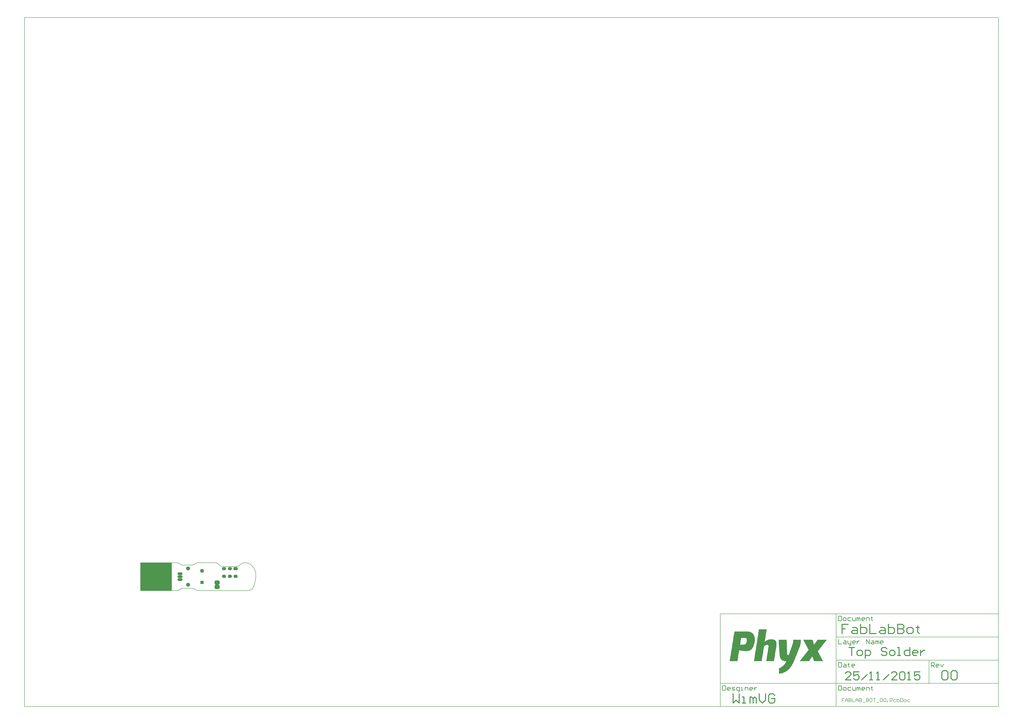
<source format=gts>
G04 Layer_Color=8388736*
%FSLAX25Y25*%
%MOIN*%
G70*
G01*
G75*
%ADD12C,0.01575*%
%ADD13C,0.00787*%
%ADD14C,0.00984*%
%ADD24R,0.53150X0.47244*%
%ADD25R,0.50800X0.05800*%
%ADD26C,0.06706*%
G04:AMPARAMS|DCode=27|XSize=57.21mil|YSize=57.21mil|CornerRadius=16.3mil|HoleSize=0mil|Usage=FLASHONLY|Rotation=90.000|XOffset=0mil|YOffset=0mil|HoleType=Round|Shape=RoundedRectangle|*
%AMROUNDEDRECTD27*
21,1,0.05721,0.02461,0,0,90.0*
21,1,0.02461,0.05721,0,0,90.0*
1,1,0.03261,0.01230,0.01230*
1,1,0.03261,0.01230,-0.01230*
1,1,0.03261,-0.01230,-0.01230*
1,1,0.03261,-0.01230,0.01230*
%
%ADD27ROUNDEDRECTD27*%
%ADD28R,0.05721X0.05721*%
%ADD29O,0.08674X0.04737*%
%ADD30O,0.08674X0.04737*%
G04:AMPARAMS|DCode=31|XSize=86.74mil|YSize=70.99mil|CornerRadius=19.75mil|HoleSize=0mil|Usage=FLASHONLY|Rotation=180.000|XOffset=0mil|YOffset=0mil|HoleType=Round|Shape=RoundedRectangle|*
%AMROUNDEDRECTD31*
21,1,0.08674,0.03150,0,0,180.0*
21,1,0.04724,0.07099,0,0,180.0*
1,1,0.03950,-0.02362,0.01575*
1,1,0.03950,0.02362,0.01575*
1,1,0.03950,0.02362,-0.01575*
1,1,0.03950,-0.02362,-0.01575*
%
%ADD31ROUNDEDRECTD31*%
%ADD32O,0.07099X0.05524*%
G04:AMPARAMS|DCode=33|XSize=70.99mil|YSize=55.24mil|CornerRadius=15.81mil|HoleSize=0mil|Usage=FLASHONLY|Rotation=180.000|XOffset=0mil|YOffset=0mil|HoleType=Round|Shape=RoundedRectangle|*
%AMROUNDEDRECTD33*
21,1,0.07099,0.02362,0,0,180.0*
21,1,0.03937,0.05524,0,0,180.0*
1,1,0.03162,-0.01969,0.01181*
1,1,0.03162,0.01969,0.01181*
1,1,0.03162,0.01969,-0.01181*
1,1,0.03162,-0.01969,-0.01181*
%
%ADD33ROUNDEDRECTD33*%
G36*
X1121080Y-83717D02*
Y-84003D01*
Y-84290D01*
Y-84576D01*
Y-84862D01*
Y-85149D01*
Y-85435D01*
Y-85721D01*
Y-86007D01*
Y-86294D01*
Y-86580D01*
Y-86866D01*
Y-87153D01*
Y-87439D01*
Y-87725D01*
Y-88012D01*
Y-88298D01*
Y-88584D01*
Y-88871D01*
Y-89157D01*
Y-89443D01*
X1120793D01*
Y-89730D01*
Y-90016D01*
Y-90302D01*
Y-90588D01*
Y-90875D01*
X1120507D01*
Y-91161D01*
Y-91448D01*
Y-91734D01*
Y-92020D01*
X1120221D01*
Y-92306D01*
Y-92593D01*
Y-92879D01*
Y-93165D01*
X1119934D01*
Y-93452D01*
Y-93738D01*
Y-94024D01*
X1119648D01*
Y-94311D01*
Y-94597D01*
Y-94883D01*
X1119362D01*
Y-95170D01*
Y-95456D01*
Y-95742D01*
X1119075D01*
Y-96029D01*
Y-96315D01*
Y-96601D01*
X1118789D01*
Y-96887D01*
Y-97174D01*
X1118503D01*
Y-97460D01*
Y-97746D01*
X1118217D01*
Y-98033D01*
Y-98319D01*
Y-98605D01*
X1117930D01*
Y-98892D01*
Y-99178D01*
X1117644D01*
Y-99464D01*
Y-99751D01*
Y-100037D01*
X1117358D01*
Y-100323D01*
Y-100610D01*
X1117071D01*
Y-100896D01*
Y-101182D01*
Y-101468D01*
X1116785D01*
Y-101755D01*
Y-102041D01*
X1116499D01*
Y-102327D01*
Y-102614D01*
Y-102900D01*
X1116212D01*
Y-103186D01*
Y-103473D01*
X1115926D01*
Y-103759D01*
Y-104045D01*
Y-104332D01*
X1115640D01*
Y-104618D01*
Y-104904D01*
X1115353D01*
Y-105191D01*
Y-105477D01*
Y-105763D01*
X1115067D01*
Y-106049D01*
Y-106336D01*
X1114781D01*
Y-106622D01*
Y-106908D01*
Y-107195D01*
X1114494D01*
Y-107481D01*
Y-107767D01*
X1114208D01*
Y-108054D01*
Y-108340D01*
Y-108626D01*
X1113922D01*
Y-108913D01*
Y-109199D01*
X1113636D01*
Y-109485D01*
Y-109772D01*
Y-110058D01*
X1113349D01*
Y-110344D01*
Y-110630D01*
X1113063D01*
Y-110917D01*
Y-111203D01*
Y-111489D01*
X1112776D01*
Y-111776D01*
Y-112062D01*
X1112490D01*
Y-112348D01*
Y-112635D01*
Y-112921D01*
X1112204D01*
Y-113207D01*
Y-113494D01*
X1111918D01*
Y-113780D01*
Y-114066D01*
Y-114353D01*
X1111631D01*
Y-114639D01*
Y-114925D01*
X1111345D01*
Y-115211D01*
Y-115498D01*
Y-115784D01*
X1111059D01*
Y-116070D01*
Y-116357D01*
X1110772D01*
Y-116643D01*
Y-116929D01*
Y-117216D01*
X1110486D01*
Y-117502D01*
Y-117788D01*
X1110200D01*
Y-118075D01*
Y-118361D01*
Y-118647D01*
X1109913D01*
Y-118933D01*
Y-119220D01*
X1109627D01*
Y-119506D01*
Y-119792D01*
Y-120079D01*
X1109341D01*
Y-120365D01*
Y-120651D01*
X1109054D01*
Y-120938D01*
Y-121224D01*
X1108768D01*
Y-121510D01*
Y-121797D01*
X1108482D01*
Y-122083D01*
Y-122369D01*
Y-122656D01*
X1108195D01*
Y-122942D01*
X1107909D01*
Y-123228D01*
Y-123514D01*
Y-123801D01*
X1107623D01*
Y-124087D01*
X1107337D01*
Y-124373D01*
Y-124660D01*
X1107050D01*
Y-124946D01*
Y-125232D01*
X1106764D01*
Y-125519D01*
Y-125805D01*
X1106478D01*
Y-126091D01*
Y-126378D01*
X1106191D01*
Y-126664D01*
X1105905D01*
Y-126950D01*
Y-127237D01*
X1105619D01*
Y-127523D01*
Y-127809D01*
X1105332D01*
Y-128095D01*
X1105046D01*
Y-128382D01*
X1104760D01*
Y-128668D01*
Y-128954D01*
X1104473D01*
Y-129241D01*
X1104187D01*
Y-129527D01*
Y-129813D01*
X1103901D01*
Y-130100D01*
X1103615D01*
Y-130386D01*
X1103328D01*
Y-130672D01*
Y-130959D01*
X1103042D01*
Y-131245D01*
X1102756D01*
Y-131531D01*
X1102469D01*
Y-131818D01*
X1102183D01*
Y-132104D01*
X1101897D01*
Y-132390D01*
Y-132676D01*
X1101610D01*
Y-132963D01*
X1101324D01*
Y-133249D01*
X1101038D01*
Y-133535D01*
X1100751D01*
Y-133822D01*
X1100465D01*
Y-134108D01*
X1100179D01*
Y-134394D01*
X1099892D01*
Y-134681D01*
X1099320D01*
Y-134967D01*
X1099034D01*
Y-135253D01*
X1098747D01*
Y-135540D01*
X1098461D01*
Y-135826D01*
X1098175D01*
Y-136112D01*
X1097602D01*
Y-136399D01*
X1097316D01*
Y-136685D01*
X1096743D01*
Y-136971D01*
X1096457D01*
Y-137258D01*
X1095884D01*
Y-137544D01*
X1095598D01*
Y-137830D01*
X1095025D01*
Y-138117D01*
X1094452D01*
Y-138403D01*
X1093880D01*
Y-138689D01*
X1093307D01*
Y-138975D01*
X1092735D01*
Y-139262D01*
X1091876D01*
Y-139548D01*
X1091303D01*
Y-139834D01*
X1090444D01*
Y-140121D01*
X1089299D01*
Y-140407D01*
X1088154D01*
Y-140693D01*
X1086436D01*
Y-140980D01*
X1084432D01*
Y-141266D01*
X1084145D01*
Y-140980D01*
Y-140693D01*
Y-140407D01*
Y-140121D01*
Y-139834D01*
Y-139548D01*
Y-139262D01*
Y-138975D01*
Y-138689D01*
Y-138403D01*
Y-138117D01*
Y-137830D01*
Y-137544D01*
Y-137258D01*
Y-136971D01*
Y-136685D01*
Y-136399D01*
Y-136112D01*
Y-135826D01*
Y-135540D01*
Y-135253D01*
Y-134967D01*
Y-134681D01*
Y-134394D01*
Y-134108D01*
Y-133822D01*
Y-133535D01*
Y-133249D01*
Y-132963D01*
Y-132676D01*
Y-132390D01*
Y-132104D01*
Y-131818D01*
X1084718D01*
Y-131531D01*
X1085291D01*
Y-131245D01*
X1085863D01*
Y-130959D01*
X1086436D01*
Y-130672D01*
X1087008D01*
Y-130386D01*
X1087581D01*
Y-130100D01*
X1087867D01*
Y-129813D01*
X1088440D01*
Y-129527D01*
X1088726D01*
Y-129241D01*
X1089299D01*
Y-128954D01*
X1089585D01*
Y-128668D01*
X1089872D01*
Y-128382D01*
X1090444D01*
Y-128095D01*
X1090730D01*
Y-127809D01*
X1091017D01*
Y-127523D01*
X1091303D01*
Y-127237D01*
X1091589D01*
Y-126950D01*
X1091876D01*
Y-126664D01*
X1092162D01*
Y-126378D01*
X1092448D01*
Y-126091D01*
X1092735D01*
Y-125805D01*
X1093021D01*
Y-125519D01*
X1093307D01*
Y-125232D01*
X1093594D01*
Y-124946D01*
Y-124660D01*
X1093880D01*
Y-124373D01*
X1094166D01*
Y-124087D01*
X1094452D01*
Y-123801D01*
Y-123514D01*
X1094739D01*
Y-123228D01*
X1095025D01*
Y-122942D01*
Y-122656D01*
X1095311D01*
Y-122369D01*
Y-122083D01*
X1095598D01*
Y-121797D01*
X1095884D01*
Y-121510D01*
Y-121224D01*
X1096170D01*
Y-120938D01*
Y-120651D01*
X1096457D01*
Y-120365D01*
Y-120079D01*
X1094739D01*
Y-119792D01*
X1092735D01*
Y-119506D01*
X1091589D01*
Y-119220D01*
X1091017D01*
Y-118933D01*
X1090158D01*
Y-118647D01*
X1089585D01*
Y-118361D01*
X1089299D01*
Y-118075D01*
X1088726D01*
Y-117788D01*
X1088440D01*
Y-117502D01*
X1088154D01*
Y-117216D01*
X1087867D01*
Y-116929D01*
X1087581D01*
Y-116643D01*
X1087295D01*
Y-116357D01*
Y-116070D01*
X1087008D01*
Y-115784D01*
X1086722D01*
Y-115498D01*
Y-115211D01*
X1086436D01*
Y-114925D01*
Y-114639D01*
X1086149D01*
Y-114353D01*
Y-114066D01*
X1085863D01*
Y-113780D01*
Y-113494D01*
Y-113207D01*
X1085577D01*
Y-112921D01*
Y-112635D01*
Y-112348D01*
Y-112062D01*
X1085291D01*
Y-111776D01*
Y-111489D01*
Y-111203D01*
Y-110917D01*
Y-110630D01*
Y-110344D01*
Y-110058D01*
X1085004D01*
Y-109772D01*
Y-109485D01*
Y-109199D01*
Y-108913D01*
Y-108626D01*
Y-108340D01*
Y-108054D01*
Y-107767D01*
Y-107481D01*
Y-107195D01*
Y-106908D01*
Y-106622D01*
Y-106336D01*
Y-106049D01*
Y-105763D01*
X1084718D01*
Y-105477D01*
Y-105191D01*
Y-104904D01*
Y-104618D01*
Y-104332D01*
Y-104045D01*
Y-103759D01*
Y-103473D01*
Y-103186D01*
Y-102900D01*
Y-102614D01*
Y-102327D01*
Y-102041D01*
Y-101755D01*
Y-101468D01*
X1084432D01*
Y-101182D01*
Y-100896D01*
Y-100610D01*
Y-100323D01*
Y-100037D01*
Y-99751D01*
Y-99464D01*
Y-99178D01*
Y-98892D01*
Y-98605D01*
Y-98319D01*
Y-98033D01*
Y-97746D01*
Y-97460D01*
Y-97174D01*
Y-96887D01*
X1084145D01*
Y-96601D01*
Y-96315D01*
Y-96029D01*
Y-95742D01*
Y-95456D01*
Y-95170D01*
Y-94883D01*
Y-94597D01*
Y-94311D01*
Y-94024D01*
Y-93738D01*
Y-93452D01*
Y-93165D01*
Y-92879D01*
Y-92593D01*
Y-92306D01*
X1083859D01*
Y-92020D01*
Y-91734D01*
Y-91448D01*
Y-91161D01*
Y-90875D01*
Y-90588D01*
Y-90302D01*
Y-90016D01*
Y-89730D01*
Y-89443D01*
Y-89157D01*
Y-88871D01*
Y-88584D01*
Y-88298D01*
X1083573D01*
Y-88012D01*
Y-87725D01*
Y-87439D01*
Y-87153D01*
Y-86866D01*
Y-86580D01*
Y-86294D01*
Y-86007D01*
Y-85721D01*
Y-85435D01*
Y-85149D01*
Y-84862D01*
Y-84576D01*
Y-84290D01*
Y-84003D01*
Y-83717D01*
X1083286D01*
Y-83431D01*
X1097029D01*
Y-83717D01*
Y-84003D01*
Y-84290D01*
Y-84576D01*
Y-84862D01*
Y-85149D01*
Y-85435D01*
Y-85721D01*
Y-86007D01*
Y-86294D01*
Y-86580D01*
Y-86866D01*
Y-87153D01*
Y-87439D01*
X1097316D01*
Y-87725D01*
Y-88012D01*
Y-88298D01*
Y-88584D01*
Y-88871D01*
Y-89157D01*
Y-89443D01*
Y-89730D01*
Y-90016D01*
Y-90302D01*
Y-90588D01*
Y-90875D01*
Y-91161D01*
Y-91448D01*
Y-91734D01*
Y-92020D01*
Y-92306D01*
Y-92593D01*
Y-92879D01*
Y-93165D01*
Y-93452D01*
Y-93738D01*
Y-94024D01*
Y-94311D01*
Y-94597D01*
Y-94883D01*
Y-95170D01*
Y-95456D01*
Y-95742D01*
Y-96029D01*
Y-96315D01*
Y-96601D01*
Y-96887D01*
Y-97174D01*
Y-97460D01*
Y-97746D01*
Y-98033D01*
Y-98319D01*
Y-98605D01*
Y-98892D01*
Y-99178D01*
X1097602D01*
Y-99464D01*
X1097316D01*
Y-99751D01*
Y-100037D01*
X1097602D01*
Y-100323D01*
Y-100610D01*
Y-100896D01*
Y-101182D01*
Y-101468D01*
Y-101755D01*
Y-102041D01*
Y-102327D01*
Y-102614D01*
Y-102900D01*
Y-103186D01*
Y-103473D01*
Y-103759D01*
Y-104045D01*
Y-104332D01*
Y-104618D01*
Y-104904D01*
Y-105191D01*
Y-105477D01*
Y-105763D01*
Y-106049D01*
Y-106336D01*
Y-106622D01*
Y-106908D01*
Y-107195D01*
Y-107481D01*
X1097888D01*
Y-107767D01*
Y-108054D01*
Y-108340D01*
X1098175D01*
Y-108626D01*
X1098461D01*
Y-108913D01*
X1098747D01*
Y-109199D01*
X1099606D01*
Y-109485D01*
X1100465D01*
Y-109199D01*
X1100751D01*
Y-108913D01*
Y-108626D01*
Y-108340D01*
X1101038D01*
Y-108054D01*
Y-107767D01*
X1101324D01*
Y-107481D01*
Y-107195D01*
Y-106908D01*
X1101610D01*
Y-106622D01*
Y-106336D01*
Y-106049D01*
X1101897D01*
Y-105763D01*
Y-105477D01*
Y-105191D01*
X1102183D01*
Y-104904D01*
Y-104618D01*
Y-104332D01*
X1102469D01*
Y-104045D01*
Y-103759D01*
X1102756D01*
Y-103473D01*
Y-103186D01*
Y-102900D01*
X1103042D01*
Y-102614D01*
Y-102327D01*
Y-102041D01*
X1103328D01*
Y-101755D01*
Y-101468D01*
Y-101182D01*
X1103615D01*
Y-100896D01*
Y-100610D01*
X1103901D01*
Y-100323D01*
Y-100037D01*
Y-99751D01*
X1104187D01*
Y-99464D01*
Y-99178D01*
Y-98892D01*
X1104473D01*
Y-98605D01*
Y-98319D01*
Y-98033D01*
X1104760D01*
Y-97746D01*
Y-97460D01*
X1105046D01*
Y-97174D01*
Y-96887D01*
Y-96601D01*
X1105332D01*
Y-96315D01*
Y-96029D01*
Y-95742D01*
X1105619D01*
Y-95456D01*
Y-95170D01*
Y-94883D01*
X1105905D01*
Y-94597D01*
Y-94311D01*
X1106191D01*
Y-94024D01*
Y-93738D01*
Y-93452D01*
X1106478D01*
Y-93165D01*
Y-92879D01*
Y-92593D01*
X1106764D01*
Y-92306D01*
Y-92020D01*
Y-91734D01*
X1107050D01*
Y-91448D01*
Y-91161D01*
Y-90875D01*
Y-90588D01*
X1107337D01*
Y-90302D01*
Y-90016D01*
Y-89730D01*
Y-89443D01*
X1107623D01*
Y-89157D01*
Y-88871D01*
Y-88584D01*
Y-88298D01*
Y-88012D01*
X1107909D01*
Y-87725D01*
Y-87439D01*
Y-87153D01*
Y-86866D01*
Y-86580D01*
Y-86294D01*
X1108195D01*
Y-86007D01*
Y-85721D01*
Y-85435D01*
Y-85149D01*
Y-84862D01*
Y-84576D01*
Y-84290D01*
Y-84003D01*
Y-83717D01*
Y-83431D01*
X1121080D01*
Y-83717D01*
D02*
G37*
G36*
X1063244Y-66252D02*
Y-66538D01*
X1062958D01*
Y-66825D01*
Y-67111D01*
Y-67397D01*
Y-67684D01*
Y-67970D01*
Y-68256D01*
X1062672D01*
Y-68542D01*
Y-68829D01*
Y-69115D01*
Y-69401D01*
Y-69688D01*
Y-69974D01*
X1062385D01*
Y-70260D01*
Y-70547D01*
Y-70833D01*
Y-71119D01*
Y-71406D01*
Y-71692D01*
Y-71978D01*
X1062099D01*
Y-72264D01*
Y-72551D01*
Y-72837D01*
Y-73123D01*
Y-73410D01*
Y-73696D01*
X1061813D01*
Y-73982D01*
Y-74269D01*
Y-74555D01*
Y-74841D01*
Y-75128D01*
Y-75414D01*
X1061526D01*
Y-75700D01*
Y-75987D01*
Y-76273D01*
Y-76559D01*
Y-76846D01*
Y-77132D01*
Y-77418D01*
X1061240D01*
Y-77704D01*
Y-77991D01*
Y-78277D01*
Y-78563D01*
Y-78850D01*
Y-79136D01*
X1060954D01*
Y-79422D01*
Y-79709D01*
Y-79995D01*
Y-80281D01*
Y-80568D01*
Y-80854D01*
X1060668D01*
Y-81140D01*
Y-81427D01*
Y-81713D01*
Y-81999D01*
Y-82285D01*
Y-82572D01*
X1060381D01*
Y-82858D01*
Y-83144D01*
Y-83431D01*
Y-83717D01*
Y-84003D01*
Y-84290D01*
Y-84576D01*
X1060095D01*
Y-84862D01*
Y-85149D01*
Y-85435D01*
Y-85721D01*
Y-86007D01*
Y-86294D01*
X1059809D01*
Y-86580D01*
Y-86866D01*
X1060381D01*
Y-86580D01*
X1060668D01*
Y-86294D01*
X1060954D01*
Y-86007D01*
X1061526D01*
Y-85721D01*
X1061813D01*
Y-85435D01*
X1062099D01*
Y-85149D01*
X1062672D01*
Y-84862D01*
X1063244D01*
Y-84576D01*
X1063531D01*
Y-84290D01*
X1064103D01*
Y-84003D01*
X1064962D01*
Y-83717D01*
X1065535D01*
Y-83431D01*
X1066394D01*
Y-83144D01*
X1067825D01*
Y-82858D01*
X1074124D01*
Y-83144D01*
X1075270D01*
Y-83431D01*
X1076128D01*
Y-83717D01*
X1076701D01*
Y-84003D01*
X1076987D01*
Y-84290D01*
X1077560D01*
Y-84576D01*
X1077846D01*
Y-84862D01*
X1078133D01*
Y-85149D01*
X1078419D01*
Y-85435D01*
X1078705D01*
Y-85721D01*
Y-86007D01*
X1078992D01*
Y-86294D01*
Y-86580D01*
X1079278D01*
Y-86866D01*
Y-87153D01*
Y-87439D01*
X1079564D01*
Y-87725D01*
Y-88012D01*
Y-88298D01*
Y-88584D01*
X1079850D01*
Y-88871D01*
Y-89157D01*
Y-89443D01*
Y-89730D01*
Y-90016D01*
Y-90302D01*
Y-90588D01*
Y-90875D01*
Y-91161D01*
Y-91448D01*
Y-91734D01*
Y-92020D01*
Y-92306D01*
Y-92593D01*
Y-92879D01*
Y-93165D01*
Y-93452D01*
Y-93738D01*
X1079564D01*
Y-94024D01*
Y-94311D01*
Y-94597D01*
Y-94883D01*
Y-95170D01*
Y-95456D01*
Y-95742D01*
X1079278D01*
Y-96029D01*
Y-96315D01*
Y-96601D01*
Y-96887D01*
Y-97174D01*
Y-97460D01*
Y-97746D01*
X1078992D01*
Y-98033D01*
Y-98319D01*
Y-98605D01*
Y-98892D01*
Y-99178D01*
Y-99464D01*
X1078705D01*
Y-99751D01*
Y-100037D01*
Y-100323D01*
Y-100610D01*
Y-100896D01*
Y-101182D01*
X1078419D01*
Y-101468D01*
Y-101755D01*
Y-102041D01*
Y-102327D01*
Y-102614D01*
Y-102900D01*
X1078133D01*
Y-103186D01*
Y-103473D01*
Y-103759D01*
Y-104045D01*
Y-104332D01*
Y-104618D01*
Y-104904D01*
X1077846D01*
Y-105191D01*
Y-105477D01*
Y-105763D01*
Y-106049D01*
Y-106336D01*
Y-106622D01*
X1077560D01*
Y-106908D01*
Y-107195D01*
Y-107481D01*
Y-107767D01*
Y-108054D01*
Y-108340D01*
X1077274D01*
Y-108626D01*
Y-108913D01*
Y-109199D01*
Y-109485D01*
Y-109772D01*
Y-110058D01*
Y-110344D01*
X1076987D01*
Y-110630D01*
Y-110917D01*
Y-111203D01*
Y-111489D01*
Y-111776D01*
Y-112062D01*
X1076701D01*
Y-112348D01*
Y-112635D01*
Y-112921D01*
Y-113207D01*
Y-113494D01*
Y-113780D01*
X1076415D01*
Y-114066D01*
Y-114353D01*
Y-114639D01*
Y-114925D01*
Y-115211D01*
Y-115498D01*
X1076128D01*
Y-115784D01*
Y-116070D01*
Y-116357D01*
Y-116643D01*
Y-116929D01*
Y-117216D01*
Y-117502D01*
X1075842D01*
Y-117788D01*
Y-118075D01*
Y-118361D01*
Y-118647D01*
Y-118933D01*
Y-119220D01*
X1075556D01*
Y-119506D01*
Y-119792D01*
X1062385D01*
Y-119506D01*
Y-119220D01*
X1062672D01*
Y-118933D01*
Y-118647D01*
Y-118361D01*
Y-118075D01*
Y-117788D01*
Y-117502D01*
X1062958D01*
Y-117216D01*
Y-116929D01*
Y-116643D01*
Y-116357D01*
Y-116070D01*
Y-115784D01*
Y-115498D01*
X1063244D01*
Y-115211D01*
Y-114925D01*
Y-114639D01*
Y-114353D01*
Y-114066D01*
Y-113780D01*
X1063531D01*
Y-113494D01*
Y-113207D01*
Y-112921D01*
Y-112635D01*
Y-112348D01*
Y-112062D01*
X1063817D01*
Y-111776D01*
Y-111489D01*
Y-111203D01*
Y-110917D01*
Y-110630D01*
Y-110344D01*
Y-110058D01*
X1064103D01*
Y-109772D01*
Y-109485D01*
Y-109199D01*
Y-108913D01*
Y-108626D01*
Y-108340D01*
X1064390D01*
Y-108054D01*
Y-107767D01*
Y-107481D01*
Y-107195D01*
Y-106908D01*
Y-106622D01*
Y-106336D01*
X1064676D01*
Y-106049D01*
Y-105763D01*
Y-105477D01*
Y-105191D01*
Y-104904D01*
Y-104618D01*
X1064962D01*
Y-104332D01*
Y-104045D01*
Y-103759D01*
Y-103473D01*
Y-103186D01*
Y-102900D01*
X1065249D01*
Y-102614D01*
Y-102327D01*
Y-102041D01*
Y-101755D01*
Y-101468D01*
Y-101182D01*
X1065535D01*
Y-100896D01*
Y-100610D01*
Y-100323D01*
Y-100037D01*
Y-99751D01*
Y-99464D01*
Y-99178D01*
X1065821D01*
Y-98892D01*
Y-98605D01*
Y-98319D01*
Y-98033D01*
Y-97746D01*
Y-97460D01*
X1066107D01*
Y-97174D01*
Y-96887D01*
Y-96601D01*
Y-96315D01*
Y-96029D01*
Y-95742D01*
Y-95456D01*
X1066394D01*
Y-95170D01*
Y-94883D01*
Y-94597D01*
Y-94311D01*
Y-94024D01*
Y-93738D01*
X1066107D01*
Y-93452D01*
Y-93165D01*
X1065821D01*
Y-92879D01*
X1065535D01*
Y-92593D01*
X1064962D01*
Y-92306D01*
X1063244D01*
Y-92593D01*
X1061813D01*
Y-92879D01*
X1060954D01*
Y-93165D01*
X1060381D01*
Y-93452D01*
X1060095D01*
Y-93738D01*
X1059522D01*
Y-94024D01*
X1059236D01*
Y-94311D01*
X1058950D01*
Y-94597D01*
Y-94883D01*
X1058663D01*
Y-95170D01*
Y-95456D01*
Y-95742D01*
X1058377D01*
Y-96029D01*
Y-96315D01*
Y-96601D01*
Y-96887D01*
Y-97174D01*
Y-97460D01*
X1058091D01*
Y-97746D01*
Y-98033D01*
Y-98319D01*
Y-98605D01*
Y-98892D01*
Y-99178D01*
Y-99464D01*
X1057804D01*
Y-99751D01*
Y-100037D01*
Y-100323D01*
Y-100610D01*
Y-100896D01*
Y-101182D01*
X1057518D01*
Y-101468D01*
Y-101755D01*
Y-102041D01*
Y-102327D01*
Y-102614D01*
Y-102900D01*
X1057232D01*
Y-103186D01*
Y-103473D01*
Y-103759D01*
Y-104045D01*
Y-104332D01*
Y-104618D01*
X1056946D01*
Y-104904D01*
Y-105191D01*
Y-105477D01*
Y-105763D01*
Y-106049D01*
Y-106336D01*
Y-106622D01*
X1056659D01*
Y-106908D01*
Y-107195D01*
Y-107481D01*
Y-107767D01*
Y-108054D01*
Y-108340D01*
X1056373D01*
Y-108626D01*
Y-108913D01*
Y-109199D01*
Y-109485D01*
Y-109772D01*
Y-110058D01*
X1056087D01*
Y-110344D01*
Y-110630D01*
Y-110917D01*
Y-111203D01*
Y-111489D01*
Y-111776D01*
Y-112062D01*
X1055800D01*
Y-112348D01*
Y-112635D01*
Y-112921D01*
Y-113207D01*
Y-113494D01*
Y-113780D01*
X1055514D01*
Y-114066D01*
Y-114353D01*
Y-114639D01*
Y-114925D01*
Y-115211D01*
Y-115498D01*
X1055228D01*
Y-115784D01*
Y-116070D01*
Y-116357D01*
Y-116643D01*
Y-116929D01*
Y-117216D01*
X1054941D01*
Y-117502D01*
Y-117788D01*
Y-118075D01*
Y-118361D01*
Y-118647D01*
Y-118933D01*
Y-119220D01*
X1054655D01*
Y-119506D01*
Y-119792D01*
X1041485D01*
Y-119506D01*
Y-119220D01*
X1041771D01*
Y-118933D01*
Y-118647D01*
Y-118361D01*
Y-118075D01*
Y-117788D01*
Y-117502D01*
Y-117216D01*
X1042057D01*
Y-116929D01*
Y-116643D01*
Y-116357D01*
Y-116070D01*
Y-115784D01*
Y-115498D01*
X1042344D01*
Y-115211D01*
Y-114925D01*
Y-114639D01*
Y-114353D01*
Y-114066D01*
Y-113780D01*
X1042630D01*
Y-113494D01*
Y-113207D01*
Y-112921D01*
Y-112635D01*
Y-112348D01*
Y-112062D01*
Y-111776D01*
X1042916D01*
Y-111489D01*
Y-111203D01*
Y-110917D01*
Y-110630D01*
Y-110344D01*
Y-110058D01*
X1043202D01*
Y-109772D01*
Y-109485D01*
Y-109199D01*
Y-108913D01*
Y-108626D01*
Y-108340D01*
X1043489D01*
Y-108054D01*
Y-107767D01*
Y-107481D01*
Y-107195D01*
Y-106908D01*
Y-106622D01*
X1043775D01*
Y-106336D01*
Y-106049D01*
Y-105763D01*
Y-105477D01*
Y-105191D01*
Y-104904D01*
Y-104618D01*
X1044061D01*
Y-104332D01*
Y-104045D01*
Y-103759D01*
Y-103473D01*
Y-103186D01*
Y-102900D01*
X1044348D01*
Y-102614D01*
Y-102327D01*
Y-102041D01*
Y-101755D01*
Y-101468D01*
Y-101182D01*
X1044634D01*
Y-100896D01*
Y-100610D01*
Y-100323D01*
Y-100037D01*
Y-99751D01*
Y-99464D01*
Y-99178D01*
X1044920D01*
Y-98892D01*
Y-98605D01*
Y-98319D01*
Y-98033D01*
Y-97746D01*
Y-97460D01*
X1045207D01*
Y-97174D01*
Y-96887D01*
Y-96601D01*
Y-96315D01*
Y-96029D01*
Y-95742D01*
X1045493D01*
Y-95456D01*
Y-95170D01*
Y-94883D01*
Y-94597D01*
Y-94311D01*
Y-94024D01*
X1045779D01*
Y-93738D01*
Y-93452D01*
Y-93165D01*
Y-92879D01*
Y-92593D01*
Y-92306D01*
Y-92020D01*
X1046066D01*
Y-91734D01*
Y-91448D01*
Y-91161D01*
Y-90875D01*
Y-90588D01*
Y-90302D01*
X1046352D01*
Y-90016D01*
Y-89730D01*
Y-89443D01*
Y-89157D01*
Y-88871D01*
Y-88584D01*
X1046638D01*
Y-88298D01*
Y-88012D01*
Y-87725D01*
Y-87439D01*
Y-87153D01*
Y-86866D01*
X1046925D01*
Y-86580D01*
Y-86294D01*
Y-86007D01*
Y-85721D01*
Y-85435D01*
Y-85149D01*
Y-84862D01*
X1047211D01*
Y-84576D01*
Y-84290D01*
Y-84003D01*
Y-83717D01*
Y-83431D01*
Y-83144D01*
X1047497D01*
Y-82858D01*
Y-82572D01*
Y-82285D01*
Y-81999D01*
Y-81713D01*
Y-81427D01*
X1047783D01*
Y-81140D01*
Y-80854D01*
Y-80568D01*
Y-80281D01*
Y-79995D01*
Y-79709D01*
Y-79422D01*
X1048070D01*
Y-79136D01*
Y-78850D01*
Y-78563D01*
Y-78277D01*
Y-77991D01*
Y-77704D01*
X1048356D01*
Y-77418D01*
Y-77132D01*
Y-76846D01*
Y-76559D01*
Y-76273D01*
Y-75987D01*
X1048642D01*
Y-75700D01*
Y-75414D01*
Y-75128D01*
Y-74841D01*
Y-74555D01*
Y-74269D01*
X1048929D01*
Y-73982D01*
Y-73696D01*
Y-73410D01*
Y-73123D01*
Y-72837D01*
Y-72551D01*
Y-72264D01*
X1049215D01*
Y-71978D01*
Y-71692D01*
Y-71406D01*
Y-71119D01*
Y-70833D01*
Y-70547D01*
X1049501D01*
Y-70260D01*
Y-69974D01*
Y-69688D01*
Y-69401D01*
Y-69115D01*
Y-68829D01*
X1049788D01*
Y-68542D01*
Y-68256D01*
Y-67970D01*
Y-67684D01*
Y-67397D01*
Y-67111D01*
Y-66825D01*
X1050074D01*
Y-66538D01*
Y-66252D01*
Y-65966D01*
X1063244D01*
Y-66252D01*
D02*
G37*
G36*
X1032036Y-69688D02*
X1033754D01*
Y-69974D01*
X1034613D01*
Y-70260D01*
X1035472D01*
Y-70547D01*
X1036331D01*
Y-70833D01*
X1036904D01*
Y-71119D01*
X1037190D01*
Y-71406D01*
X1037763D01*
Y-71692D01*
X1038049D01*
Y-71978D01*
X1038622D01*
Y-72264D01*
X1038908D01*
Y-72551D01*
X1039194D01*
Y-72837D01*
X1039480D01*
Y-73123D01*
X1039767D01*
Y-73410D01*
X1040053D01*
Y-73696D01*
X1040339D01*
Y-73982D01*
Y-74269D01*
X1040626D01*
Y-74555D01*
X1040912D01*
Y-74841D01*
Y-75128D01*
X1041198D01*
Y-75414D01*
X1041485D01*
Y-75700D01*
Y-75987D01*
X1041771D01*
Y-76273D01*
Y-76559D01*
Y-76846D01*
X1042057D01*
Y-77132D01*
Y-77418D01*
Y-77704D01*
X1042344D01*
Y-77991D01*
Y-78277D01*
Y-78563D01*
Y-78850D01*
X1042630D01*
Y-79136D01*
Y-79422D01*
Y-79709D01*
Y-79995D01*
Y-80281D01*
X1042916D01*
Y-80568D01*
Y-80854D01*
Y-81140D01*
Y-81427D01*
Y-81713D01*
Y-81999D01*
Y-82285D01*
Y-82572D01*
Y-82858D01*
Y-83144D01*
Y-83431D01*
Y-83717D01*
Y-84003D01*
Y-84290D01*
Y-84576D01*
Y-84862D01*
Y-85149D01*
Y-85435D01*
Y-85721D01*
Y-86007D01*
X1042630D01*
Y-86294D01*
Y-86580D01*
Y-86866D01*
Y-87153D01*
Y-87439D01*
Y-87725D01*
Y-88012D01*
X1042344D01*
Y-88298D01*
Y-88584D01*
Y-88871D01*
Y-89157D01*
Y-89443D01*
X1042057D01*
Y-89730D01*
Y-90016D01*
Y-90302D01*
Y-90588D01*
Y-90875D01*
X1041771D01*
Y-91161D01*
Y-91448D01*
Y-91734D01*
X1041485D01*
Y-92020D01*
Y-92306D01*
Y-92593D01*
Y-92879D01*
X1041198D01*
Y-93165D01*
Y-93452D01*
Y-93738D01*
X1040912D01*
Y-94024D01*
Y-94311D01*
X1040626D01*
Y-94597D01*
Y-94883D01*
Y-95170D01*
X1040339D01*
Y-95456D01*
Y-95742D01*
X1040053D01*
Y-96029D01*
Y-96315D01*
X1039767D01*
Y-96601D01*
Y-96887D01*
X1039480D01*
Y-97174D01*
X1039194D01*
Y-97460D01*
Y-97746D01*
X1038908D01*
Y-98033D01*
X1038622D01*
Y-98319D01*
X1038335D01*
Y-98605D01*
Y-98892D01*
X1038049D01*
Y-99178D01*
X1037763D01*
Y-99464D01*
X1037476D01*
Y-99751D01*
X1037190D01*
Y-100037D01*
X1036904D01*
Y-100323D01*
X1036331D01*
Y-100610D01*
X1036045D01*
Y-100896D01*
X1035472D01*
Y-101182D01*
X1035186D01*
Y-101468D01*
X1034613D01*
Y-101755D01*
X1033754D01*
Y-102041D01*
X1032895D01*
Y-102327D01*
X1032036D01*
Y-102614D01*
X1030318D01*
Y-102900D01*
X1025165D01*
Y-102614D01*
X1022588D01*
Y-102327D01*
X1020584D01*
Y-102041D01*
X1019152D01*
Y-101755D01*
X1017721D01*
Y-101468D01*
X1016289D01*
Y-101755D01*
Y-102041D01*
Y-102327D01*
Y-102614D01*
Y-102900D01*
Y-103186D01*
Y-103473D01*
X1016003D01*
Y-103759D01*
Y-104045D01*
Y-104332D01*
Y-104618D01*
Y-104904D01*
Y-105191D01*
X1015716D01*
Y-105477D01*
Y-105763D01*
Y-106049D01*
Y-106336D01*
Y-106622D01*
Y-106908D01*
X1015430D01*
Y-107195D01*
Y-107481D01*
Y-107767D01*
Y-108054D01*
Y-108340D01*
Y-108626D01*
Y-108913D01*
X1015144D01*
Y-109199D01*
Y-109485D01*
Y-109772D01*
Y-110058D01*
Y-110344D01*
Y-110630D01*
X1014857D01*
Y-110917D01*
Y-111203D01*
Y-111489D01*
Y-111776D01*
Y-112062D01*
Y-112348D01*
X1014571D01*
Y-112635D01*
Y-112921D01*
Y-113207D01*
Y-113494D01*
Y-113780D01*
Y-114066D01*
Y-114353D01*
X1014285D01*
Y-114639D01*
Y-114925D01*
Y-115211D01*
Y-115498D01*
Y-115784D01*
Y-116070D01*
X1013999D01*
Y-116357D01*
Y-116643D01*
Y-116929D01*
Y-117216D01*
Y-117502D01*
Y-117788D01*
X1013712D01*
Y-118075D01*
Y-118361D01*
Y-118647D01*
Y-118933D01*
Y-119220D01*
Y-119506D01*
Y-119792D01*
X1000256D01*
Y-119506D01*
X1000542D01*
Y-119220D01*
Y-118933D01*
Y-118647D01*
Y-118361D01*
Y-118075D01*
X1000828D01*
Y-117788D01*
Y-117502D01*
Y-117216D01*
Y-116929D01*
Y-116643D01*
Y-116357D01*
Y-116070D01*
X1001114D01*
Y-115784D01*
Y-115498D01*
Y-115211D01*
Y-114925D01*
Y-114639D01*
Y-114353D01*
X1001401D01*
Y-114066D01*
Y-113780D01*
Y-113494D01*
Y-113207D01*
Y-112921D01*
Y-112635D01*
X1001687D01*
Y-112348D01*
Y-112062D01*
Y-111776D01*
Y-111489D01*
Y-111203D01*
Y-110917D01*
Y-110630D01*
X1001974D01*
Y-110344D01*
Y-110058D01*
Y-109772D01*
Y-109485D01*
Y-109199D01*
Y-108913D01*
X1002260D01*
Y-108626D01*
Y-108340D01*
Y-108054D01*
Y-107767D01*
Y-107481D01*
Y-107195D01*
X1002546D01*
Y-106908D01*
Y-106622D01*
Y-106336D01*
Y-106049D01*
Y-105763D01*
Y-105477D01*
X1002832D01*
Y-105191D01*
Y-104904D01*
Y-104618D01*
Y-104332D01*
Y-104045D01*
Y-103759D01*
Y-103473D01*
X1003119D01*
Y-103186D01*
Y-102900D01*
Y-102614D01*
Y-102327D01*
Y-102041D01*
Y-101755D01*
X1003405D01*
Y-101468D01*
Y-101182D01*
Y-100896D01*
Y-100610D01*
Y-100323D01*
Y-100037D01*
X1003691D01*
Y-99751D01*
Y-99464D01*
Y-99178D01*
Y-98892D01*
Y-98605D01*
Y-98319D01*
X1003978D01*
Y-98033D01*
Y-97746D01*
Y-97460D01*
Y-97174D01*
Y-96887D01*
Y-96601D01*
Y-96315D01*
X1004264D01*
Y-96029D01*
Y-95742D01*
Y-95456D01*
Y-95170D01*
Y-94883D01*
Y-94597D01*
X1004550D01*
Y-94311D01*
Y-94024D01*
Y-93738D01*
Y-93452D01*
Y-93165D01*
Y-92879D01*
X1004837D01*
Y-92593D01*
Y-92306D01*
Y-92020D01*
Y-91734D01*
Y-91448D01*
Y-91161D01*
Y-90875D01*
X1005123D01*
Y-90588D01*
Y-90302D01*
Y-90016D01*
Y-89730D01*
Y-89443D01*
Y-89157D01*
X1005409D01*
Y-88871D01*
Y-88584D01*
Y-88298D01*
Y-88012D01*
Y-87725D01*
Y-87439D01*
X1005696D01*
Y-87153D01*
Y-86866D01*
Y-86580D01*
Y-86294D01*
Y-86007D01*
Y-85721D01*
X1005982D01*
Y-85435D01*
Y-85149D01*
Y-84862D01*
Y-84576D01*
Y-84290D01*
Y-84003D01*
Y-83717D01*
X1006268D01*
Y-83431D01*
Y-83144D01*
Y-82858D01*
Y-82572D01*
Y-82285D01*
Y-81999D01*
X1006555D01*
Y-81713D01*
Y-81427D01*
Y-81140D01*
Y-80854D01*
Y-80568D01*
Y-80281D01*
X1006841D01*
Y-79995D01*
Y-79709D01*
Y-79422D01*
Y-79136D01*
Y-78850D01*
Y-78563D01*
Y-78277D01*
X1007127D01*
Y-77991D01*
Y-77704D01*
Y-77418D01*
Y-77132D01*
Y-76846D01*
Y-76559D01*
X1007413D01*
Y-76273D01*
Y-75987D01*
Y-75700D01*
Y-75414D01*
Y-75128D01*
Y-74841D01*
X1007700D01*
Y-74555D01*
Y-74269D01*
Y-73982D01*
Y-73696D01*
Y-73410D01*
Y-73123D01*
Y-72837D01*
X1007986D01*
Y-72551D01*
Y-72264D01*
Y-71978D01*
Y-71692D01*
Y-71406D01*
Y-71119D01*
X1008272D01*
Y-70833D01*
Y-70547D01*
Y-70260D01*
Y-69974D01*
Y-69688D01*
Y-69401D01*
X1032036D01*
Y-69688D01*
D02*
G37*
G36*
X1165172Y-83717D02*
X1164886D01*
Y-84003D01*
X1164599D01*
Y-84290D01*
Y-84576D01*
X1164313D01*
Y-84862D01*
X1164027D01*
Y-85149D01*
X1163740D01*
Y-85435D01*
Y-85721D01*
X1163454D01*
Y-86007D01*
X1163168D01*
Y-86294D01*
X1162881D01*
Y-86580D01*
X1162595D01*
Y-86866D01*
Y-87153D01*
X1162309D01*
Y-87439D01*
X1162022D01*
Y-87725D01*
X1161736D01*
Y-88012D01*
Y-88298D01*
X1161450D01*
Y-88584D01*
X1161163D01*
Y-88871D01*
X1160877D01*
Y-89157D01*
X1160591D01*
Y-89443D01*
Y-89730D01*
X1160305D01*
Y-90016D01*
X1160018D01*
Y-90302D01*
X1159732D01*
Y-90588D01*
Y-90875D01*
X1159445D01*
Y-91161D01*
X1159159D01*
Y-91448D01*
X1158873D01*
Y-91734D01*
Y-92020D01*
X1158587D01*
Y-92306D01*
X1158300D01*
Y-92593D01*
X1158014D01*
Y-92879D01*
X1157728D01*
Y-93165D01*
Y-93452D01*
X1157441D01*
Y-93738D01*
X1157155D01*
Y-94024D01*
X1156869D01*
Y-94311D01*
Y-94597D01*
X1156582D01*
Y-94883D01*
X1156296D01*
Y-95170D01*
X1156010D01*
Y-95456D01*
Y-95742D01*
X1155723D01*
Y-96029D01*
X1155437D01*
Y-96315D01*
X1155151D01*
Y-96601D01*
X1154865D01*
Y-96887D01*
Y-97174D01*
X1154578D01*
Y-97460D01*
X1154292D01*
Y-97746D01*
X1154006D01*
Y-98033D01*
Y-98319D01*
X1153719D01*
Y-98605D01*
X1153433D01*
Y-98892D01*
X1153147D01*
Y-99178D01*
Y-99464D01*
X1152860D01*
Y-99751D01*
X1152574D01*
Y-100037D01*
X1152288D01*
Y-100323D01*
X1152001D01*
Y-100610D01*
Y-100896D01*
X1151715D01*
Y-101182D01*
X1151429D01*
Y-101468D01*
X1151142D01*
Y-101755D01*
Y-102041D01*
X1150856D01*
Y-102327D01*
X1150570D01*
Y-102614D01*
X1150284D01*
Y-102900D01*
X1149997D01*
Y-103186D01*
Y-103473D01*
X1150284D01*
Y-103759D01*
Y-104045D01*
X1150570D01*
Y-104332D01*
Y-104618D01*
X1150856D01*
Y-104904D01*
X1151142D01*
Y-105191D01*
Y-105477D01*
X1151429D01*
Y-105763D01*
Y-106049D01*
X1151715D01*
Y-106336D01*
Y-106622D01*
X1152001D01*
Y-106908D01*
Y-107195D01*
X1152288D01*
Y-107481D01*
Y-107767D01*
X1152574D01*
Y-108054D01*
Y-108340D01*
X1152860D01*
Y-108626D01*
Y-108913D01*
X1153147D01*
Y-109199D01*
Y-109485D01*
X1153433D01*
Y-109772D01*
X1153719D01*
Y-110058D01*
Y-110344D01*
X1154006D01*
Y-110630D01*
Y-110917D01*
X1154292D01*
Y-111203D01*
Y-111489D01*
X1154578D01*
Y-111776D01*
Y-112062D01*
X1154865D01*
Y-112348D01*
Y-112635D01*
X1155151D01*
Y-112921D01*
Y-113207D01*
X1155437D01*
Y-113494D01*
Y-113780D01*
X1155723D01*
Y-114066D01*
X1156010D01*
Y-114353D01*
Y-114639D01*
X1156296D01*
Y-114925D01*
Y-115211D01*
X1156582D01*
Y-115498D01*
Y-115784D01*
X1156869D01*
Y-116070D01*
Y-116357D01*
X1157155D01*
Y-116643D01*
Y-116929D01*
X1157441D01*
Y-117216D01*
Y-117502D01*
X1157728D01*
Y-117788D01*
Y-118075D01*
X1158014D01*
Y-118361D01*
X1158300D01*
Y-118647D01*
Y-118933D01*
X1158587D01*
Y-119220D01*
Y-119506D01*
X1158873D01*
Y-119792D01*
X1143698D01*
Y-119506D01*
X1143412D01*
Y-119220D01*
Y-118933D01*
Y-118647D01*
X1143126D01*
Y-118361D01*
Y-118075D01*
Y-117788D01*
X1142839D01*
Y-117502D01*
Y-117216D01*
X1142553D01*
Y-116929D01*
Y-116643D01*
Y-116357D01*
X1142267D01*
Y-116070D01*
Y-115784D01*
Y-115498D01*
X1141980D01*
Y-115211D01*
Y-114925D01*
X1141694D01*
Y-114639D01*
Y-114353D01*
Y-114066D01*
X1141408D01*
Y-113780D01*
Y-113494D01*
Y-113207D01*
X1141121D01*
Y-112921D01*
Y-112635D01*
Y-112348D01*
X1140835D01*
Y-112062D01*
X1140263D01*
Y-112348D01*
Y-112635D01*
X1139976D01*
Y-112921D01*
X1139690D01*
Y-113207D01*
Y-113494D01*
X1139404D01*
Y-113780D01*
X1139117D01*
Y-114066D01*
Y-114353D01*
X1138831D01*
Y-114639D01*
X1138545D01*
Y-114925D01*
Y-115211D01*
X1138258D01*
Y-115498D01*
X1137972D01*
Y-115784D01*
X1137686D01*
Y-116070D01*
Y-116357D01*
X1137399D01*
Y-116643D01*
X1137113D01*
Y-116929D01*
Y-117216D01*
X1136827D01*
Y-117502D01*
X1136541D01*
Y-117788D01*
Y-118075D01*
X1136254D01*
Y-118361D01*
X1135968D01*
Y-118647D01*
Y-118933D01*
X1135682D01*
Y-119220D01*
X1135395D01*
Y-119506D01*
Y-119792D01*
X1119362D01*
Y-119506D01*
X1119648D01*
Y-119220D01*
X1119934D01*
Y-118933D01*
X1120221D01*
Y-118647D01*
X1120507D01*
Y-118361D01*
Y-118075D01*
X1120793D01*
Y-117788D01*
X1121080D01*
Y-117502D01*
X1121366D01*
Y-117216D01*
X1121652D01*
Y-116929D01*
Y-116643D01*
X1121939D01*
Y-116357D01*
X1122225D01*
Y-116070D01*
X1122511D01*
Y-115784D01*
Y-115498D01*
X1122797D01*
Y-115211D01*
X1123084D01*
Y-114925D01*
X1123370D01*
Y-114639D01*
X1123656D01*
Y-114353D01*
Y-114066D01*
X1123943D01*
Y-113780D01*
X1124229D01*
Y-113494D01*
X1124515D01*
Y-113207D01*
X1124802D01*
Y-112921D01*
Y-112635D01*
X1125088D01*
Y-112348D01*
X1125374D01*
Y-112062D01*
X1125661D01*
Y-111776D01*
Y-111489D01*
X1125947D01*
Y-111203D01*
X1126233D01*
Y-110917D01*
X1126519D01*
Y-110630D01*
X1126806D01*
Y-110344D01*
Y-110058D01*
X1127092D01*
Y-109772D01*
X1127378D01*
Y-109485D01*
X1127665D01*
Y-109199D01*
Y-108913D01*
X1127951D01*
Y-108626D01*
X1128237D01*
Y-108340D01*
X1128524D01*
Y-108054D01*
X1128810D01*
Y-107767D01*
Y-107481D01*
X1129096D01*
Y-107195D01*
X1129383D01*
Y-106908D01*
X1129669D01*
Y-106622D01*
Y-106336D01*
X1129955D01*
Y-106049D01*
X1130242D01*
Y-105763D01*
X1130528D01*
Y-105477D01*
X1130814D01*
Y-105191D01*
Y-104904D01*
X1131100D01*
Y-104618D01*
X1131387D01*
Y-104332D01*
X1131673D01*
Y-104045D01*
X1131960D01*
Y-103759D01*
Y-103473D01*
X1132246D01*
Y-103186D01*
X1132532D01*
Y-102900D01*
X1132818D01*
Y-102614D01*
Y-102327D01*
X1133105D01*
Y-102041D01*
X1133391D01*
Y-101755D01*
X1133677D01*
Y-101468D01*
X1133964D01*
Y-101182D01*
Y-100896D01*
X1134250D01*
Y-100610D01*
Y-100323D01*
Y-100037D01*
X1133964D01*
Y-99751D01*
X1133677D01*
Y-99464D01*
Y-99178D01*
X1133391D01*
Y-98892D01*
Y-98605D01*
X1133105D01*
Y-98319D01*
Y-98033D01*
X1132818D01*
Y-97746D01*
Y-97460D01*
X1132532D01*
Y-97174D01*
Y-96887D01*
X1132246D01*
Y-96601D01*
Y-96315D01*
X1131960D01*
Y-96029D01*
X1131673D01*
Y-95742D01*
Y-95456D01*
X1131387D01*
Y-95170D01*
Y-94883D01*
X1131100D01*
Y-94597D01*
Y-94311D01*
X1130814D01*
Y-94024D01*
Y-93738D01*
X1130528D01*
Y-93452D01*
Y-93165D01*
X1130242D01*
Y-92879D01*
Y-92593D01*
X1129955D01*
Y-92306D01*
X1129669D01*
Y-92020D01*
Y-91734D01*
X1129383D01*
Y-91448D01*
Y-91161D01*
X1129096D01*
Y-90875D01*
Y-90588D01*
X1128810D01*
Y-90302D01*
Y-90016D01*
X1128524D01*
Y-89730D01*
Y-89443D01*
X1128237D01*
Y-89157D01*
Y-88871D01*
X1127951D01*
Y-88584D01*
Y-88298D01*
X1127665D01*
Y-88012D01*
X1127378D01*
Y-87725D01*
Y-87439D01*
X1127092D01*
Y-87153D01*
Y-86866D01*
X1126806D01*
Y-86580D01*
Y-86294D01*
X1126519D01*
Y-86007D01*
Y-85721D01*
X1126233D01*
Y-85435D01*
Y-85149D01*
X1125947D01*
Y-84862D01*
Y-84576D01*
X1125661D01*
Y-84290D01*
X1125374D01*
Y-84003D01*
Y-83717D01*
X1125088D01*
Y-83431D01*
X1140835D01*
Y-83717D01*
X1141121D01*
Y-84003D01*
Y-84290D01*
Y-84576D01*
X1141408D01*
Y-84862D01*
Y-85149D01*
Y-85435D01*
X1141694D01*
Y-85721D01*
Y-86007D01*
Y-86294D01*
X1141980D01*
Y-86580D01*
Y-86866D01*
Y-87153D01*
X1142267D01*
Y-87439D01*
Y-87725D01*
Y-88012D01*
X1142553D01*
Y-88298D01*
Y-88584D01*
Y-88871D01*
X1142839D01*
Y-89157D01*
Y-89443D01*
Y-89730D01*
X1143126D01*
Y-90016D01*
Y-90302D01*
Y-90588D01*
X1143412D01*
Y-90875D01*
Y-91161D01*
Y-91448D01*
Y-91734D01*
X1143985D01*
Y-91448D01*
X1144271D01*
Y-91161D01*
X1144557D01*
Y-90875D01*
Y-90588D01*
X1144844D01*
Y-90302D01*
X1145130D01*
Y-90016D01*
Y-89730D01*
X1145416D01*
Y-89443D01*
X1145702D01*
Y-89157D01*
Y-88871D01*
X1145989D01*
Y-88584D01*
X1146275D01*
Y-88298D01*
Y-88012D01*
X1146561D01*
Y-87725D01*
X1146848D01*
Y-87439D01*
Y-87153D01*
X1147134D01*
Y-86866D01*
X1147420D01*
Y-86580D01*
Y-86294D01*
X1147707D01*
Y-86007D01*
X1147993D01*
Y-85721D01*
Y-85435D01*
X1148279D01*
Y-85149D01*
X1148566D01*
Y-84862D01*
Y-84576D01*
X1148852D01*
Y-84290D01*
X1149138D01*
Y-84003D01*
Y-83717D01*
X1149425D01*
Y-83431D01*
X1165172D01*
Y-83717D01*
D02*
G37*
%LPC*%
G36*
X1027742Y-80568D02*
X1019725D01*
Y-80854D01*
Y-81140D01*
Y-81427D01*
Y-81713D01*
Y-81999D01*
X1019438D01*
Y-82285D01*
Y-82572D01*
Y-82858D01*
Y-83144D01*
Y-83431D01*
Y-83717D01*
X1019152D01*
Y-84003D01*
Y-84290D01*
Y-84576D01*
Y-84862D01*
Y-85149D01*
Y-85435D01*
X1018866D01*
Y-85721D01*
Y-86007D01*
Y-86294D01*
Y-86580D01*
Y-86866D01*
Y-87153D01*
X1018580D01*
Y-87439D01*
Y-87725D01*
Y-88012D01*
Y-88298D01*
Y-88584D01*
Y-88871D01*
Y-89157D01*
X1018293D01*
Y-89443D01*
Y-89730D01*
Y-90016D01*
Y-90302D01*
Y-90588D01*
Y-90875D01*
X1018007D01*
Y-91161D01*
Y-91448D01*
Y-91734D01*
X1025165D01*
Y-91448D01*
X1026310D01*
Y-91161D01*
X1026883D01*
Y-90875D01*
X1027169D01*
Y-90588D01*
X1027455D01*
Y-90302D01*
X1027742D01*
Y-90016D01*
X1028028D01*
Y-89730D01*
Y-89443D01*
X1028314D01*
Y-89157D01*
Y-88871D01*
X1028601D01*
Y-88584D01*
Y-88298D01*
X1028887D01*
Y-88012D01*
Y-87725D01*
Y-87439D01*
Y-87153D01*
X1029173D01*
Y-86866D01*
Y-86580D01*
Y-86294D01*
Y-86007D01*
Y-85721D01*
X1029459D01*
Y-85435D01*
Y-85149D01*
Y-84862D01*
Y-84576D01*
Y-84290D01*
Y-84003D01*
Y-83717D01*
Y-83431D01*
Y-83144D01*
Y-82858D01*
Y-82572D01*
X1029173D01*
Y-82285D01*
Y-81999D01*
X1028887D01*
Y-81713D01*
Y-81427D01*
X1028601D01*
Y-81140D01*
X1028314D01*
Y-80854D01*
X1027742D01*
Y-80568D01*
D02*
G37*
%LPD*%
D12*
X1202756Y-96461D02*
X1211939D01*
X1207348D01*
Y-110236D01*
X1218827D02*
X1223419D01*
X1225714Y-107940D01*
Y-103349D01*
X1223419Y-101053D01*
X1218827D01*
X1216531Y-103349D01*
Y-107940D01*
X1218827Y-110236D01*
X1230306Y-114828D02*
Y-101053D01*
X1237194D01*
X1239489Y-103349D01*
Y-107940D01*
X1237194Y-110236D01*
X1230306D01*
X1267040Y-98757D02*
X1264744Y-96461D01*
X1260152D01*
X1257856Y-98757D01*
Y-101053D01*
X1260152Y-103349D01*
X1264744D01*
X1267040Y-105645D01*
Y-107940D01*
X1264744Y-110236D01*
X1260152D01*
X1257856Y-107940D01*
X1273927Y-110236D02*
X1278519D01*
X1280815Y-107940D01*
Y-103349D01*
X1278519Y-101053D01*
X1273927D01*
X1271631Y-103349D01*
Y-107940D01*
X1273927Y-110236D01*
X1285406D02*
X1289998D01*
X1287702D01*
Y-96461D01*
X1285406D01*
X1306069D02*
Y-110236D01*
X1299181D01*
X1296886Y-107940D01*
Y-103349D01*
X1299181Y-101053D01*
X1306069D01*
X1317548Y-110236D02*
X1312957D01*
X1310661Y-107940D01*
Y-103349D01*
X1312957Y-101053D01*
X1317548D01*
X1319844Y-103349D01*
Y-105645D01*
X1310661D01*
X1324436Y-101053D02*
Y-110236D01*
Y-105645D01*
X1326732Y-103349D01*
X1329027Y-101053D01*
X1331323D01*
X1005906Y-175202D02*
Y-190945D01*
X1011153Y-185697D01*
X1016401Y-190945D01*
Y-175202D01*
X1021649Y-190945D02*
X1026896D01*
X1024272D01*
Y-180450D01*
X1021649D01*
X1034768Y-190945D02*
Y-180450D01*
X1037391D01*
X1040015Y-183073D01*
Y-190945D01*
Y-183073D01*
X1042639Y-180450D01*
X1045263Y-183073D01*
Y-190945D01*
X1050511Y-175202D02*
Y-185697D01*
X1055758Y-190945D01*
X1061006Y-185697D01*
Y-175202D01*
X1076749Y-177826D02*
X1074125Y-175202D01*
X1068877D01*
X1066253Y-177826D01*
Y-188321D01*
X1068877Y-190945D01*
X1074125D01*
X1076749Y-188321D01*
Y-183073D01*
X1071501D01*
X1360236Y-138456D02*
X1362860Y-135832D01*
X1368108D01*
X1370732Y-138456D01*
Y-148951D01*
X1368108Y-151575D01*
X1362860D01*
X1360236Y-148951D01*
Y-138456D01*
X1375979D02*
X1378603Y-135832D01*
X1383851D01*
X1386475Y-138456D01*
Y-148951D01*
X1383851Y-151575D01*
X1378603D01*
X1375979Y-148951D01*
Y-138456D01*
X1206034Y-151575D02*
X1196850D01*
X1206034Y-142391D01*
Y-140096D01*
X1203738Y-137800D01*
X1199146D01*
X1196850Y-140096D01*
X1219809Y-137800D02*
X1210625D01*
Y-144687D01*
X1215217Y-142391D01*
X1217513D01*
X1219809Y-144687D01*
Y-149279D01*
X1217513Y-151575D01*
X1212921D01*
X1210625Y-149279D01*
X1224401Y-151575D02*
X1233584Y-142391D01*
X1238176Y-151575D02*
X1242767D01*
X1240471D01*
Y-137800D01*
X1238176Y-140096D01*
X1249655Y-151575D02*
X1254247D01*
X1251951D01*
Y-137800D01*
X1249655Y-140096D01*
X1261134Y-151575D02*
X1270317Y-142391D01*
X1284093Y-151575D02*
X1274909D01*
X1284093Y-142391D01*
Y-140096D01*
X1281797Y-137800D01*
X1277205D01*
X1274909Y-140096D01*
X1288684D02*
X1290980Y-137800D01*
X1295572D01*
X1297868Y-140096D01*
Y-149279D01*
X1295572Y-151575D01*
X1290980D01*
X1288684Y-149279D01*
Y-140096D01*
X1302459Y-151575D02*
X1307051D01*
X1304755D01*
Y-137800D01*
X1302459Y-140096D01*
X1323122Y-137800D02*
X1313939D01*
Y-144687D01*
X1318530Y-142391D01*
X1320826D01*
X1323122Y-144687D01*
Y-149279D01*
X1320826Y-151575D01*
X1316234D01*
X1313939Y-149279D01*
X1201440Y-57092D02*
X1190945D01*
Y-64963D01*
X1196192D01*
X1190945D01*
Y-72835D01*
X1209312Y-62339D02*
X1214559D01*
X1217183Y-64963D01*
Y-72835D01*
X1209312D01*
X1206688Y-70211D01*
X1209312Y-67587D01*
X1217183D01*
X1222431Y-57092D02*
Y-72835D01*
X1230302D01*
X1232926Y-70211D01*
Y-67587D01*
Y-64963D01*
X1230302Y-62339D01*
X1222431D01*
X1238174Y-57092D02*
Y-72835D01*
X1248669D01*
X1256540Y-62339D02*
X1261788D01*
X1264412Y-64963D01*
Y-72835D01*
X1256540D01*
X1253917Y-70211D01*
X1256540Y-67587D01*
X1264412D01*
X1269660Y-57092D02*
Y-72835D01*
X1277531D01*
X1280155Y-70211D01*
Y-67587D01*
Y-64963D01*
X1277531Y-62339D01*
X1269660D01*
X1285402Y-57092D02*
Y-72835D01*
X1293274D01*
X1295898Y-70211D01*
Y-67587D01*
X1293274Y-64963D01*
X1285402D01*
X1293274D01*
X1295898Y-62339D01*
Y-59715D01*
X1293274Y-57092D01*
X1285402D01*
X1303769Y-72835D02*
X1309017D01*
X1311641Y-70211D01*
Y-64963D01*
X1309017Y-62339D01*
X1303769D01*
X1301145Y-64963D01*
Y-70211D01*
X1303769Y-72835D01*
X1319512Y-59715D02*
Y-62339D01*
X1316888D01*
X1322136D01*
X1319512D01*
Y-70211D01*
X1322136Y-72835D01*
D13*
X62177Y0D02*
G03*
X66929Y1969I0J6721D01*
G01*
X71681Y3937D02*
G03*
X66929Y1969I0J-6721D01*
G01*
X92520D02*
G03*
X87767Y3937I-4752J-4752D01*
G01*
X92520Y1969D02*
G03*
X97272Y0I4752J4752D01*
G01*
Y47244D02*
G03*
X92520Y45276I0J-6721D01*
G01*
X87767Y43307D02*
G03*
X92520Y45276I0J6721D01*
G01*
X66929D02*
G03*
X71681Y43307I4752J4752D01*
G01*
X66929Y45276D02*
G03*
X62177Y47244I-4752J-4752D01*
G01*
X164471Y40945D02*
G03*
X167323Y42126I0J4033D01*
G01*
X134646Y42520D02*
G03*
X138448Y40945I3802J3802D01*
G01*
X131870Y45295D02*
G03*
X127165Y47244I-4705J-4705D01*
G01*
X97272Y0D02*
X182677D01*
X71681Y3937D02*
X87767D01*
X0Y0D02*
X62177D01*
X0Y47244D02*
X62177D01*
X71681Y43307D02*
X87767D01*
X0Y0D02*
Y47244D01*
X181102Y46850D02*
X183465Y46063D01*
X186614Y44488D01*
X188583Y42913D01*
X190551Y40945D01*
X192126Y38976D01*
X194488Y34252D01*
X195276Y31102D01*
X195669Y27953D01*
Y22047D02*
Y27953D01*
X195276Y19291D02*
X195669Y22047D01*
X193307Y10630D02*
X195276Y19291D01*
X191732Y5512D02*
X193307Y10630D01*
X190157Y3150D02*
X191732Y5512D01*
X187402Y1181D02*
X190157Y3150D01*
X185039Y394D02*
X187402Y1181D01*
X182677Y0D02*
X185039Y394D01*
X177559Y47244D02*
X181102Y46850D01*
X170472Y45276D02*
X173622Y46850D01*
X168898Y43701D02*
X170472Y45276D01*
X167323Y42126D02*
X168898Y43701D01*
X138448Y40945D02*
X164471D01*
X131870Y45295D02*
X134646Y42520D01*
X173622Y46850D02*
X177559Y47244D01*
X97272D02*
X127165D01*
X1338583Y-157480D02*
Y-118110D01*
X1181102Y-78740D02*
X1456693D01*
X1181102Y-118110D02*
X1456693D01*
X984252Y-157480D02*
X1456693D01*
X984252Y-39370D02*
X1456693D01*
X984252Y-196850D02*
Y-39370D01*
X1181102Y-196850D02*
Y-39370D01*
X-196850Y972441D02*
X1456693D01*
Y-196850D02*
Y972441D01*
X-196850Y-196850D02*
Y972441D01*
Y-196850D02*
X1456693D01*
X1194881Y-183073D02*
X1190945D01*
Y-186025D01*
X1192913D01*
X1190945D01*
Y-188976D01*
X1196848D02*
Y-185041D01*
X1198816Y-183073D01*
X1200784Y-185041D01*
Y-188976D01*
Y-186025D01*
X1196848D01*
X1202752Y-183073D02*
Y-188976D01*
X1205704D01*
X1206688Y-187993D01*
Y-187009D01*
X1205704Y-186025D01*
X1202752D01*
X1205704D01*
X1206688Y-185041D01*
Y-184057D01*
X1205704Y-183073D01*
X1202752D01*
X1208656D02*
Y-188976D01*
X1212591D01*
X1214559D02*
Y-185041D01*
X1216527Y-183073D01*
X1218495Y-185041D01*
Y-188976D01*
Y-186025D01*
X1214559D01*
X1220463Y-183073D02*
Y-188976D01*
X1223415D01*
X1224399Y-187993D01*
Y-187009D01*
X1223415Y-186025D01*
X1220463D01*
X1223415D01*
X1224399Y-185041D01*
Y-184057D01*
X1223415Y-183073D01*
X1220463D01*
X1226367Y-189960D02*
X1230302D01*
X1232270Y-183073D02*
Y-188976D01*
X1235222D01*
X1236206Y-187993D01*
Y-187009D01*
X1235222Y-186025D01*
X1232270D01*
X1235222D01*
X1236206Y-185041D01*
Y-184057D01*
X1235222Y-183073D01*
X1232270D01*
X1241125D02*
X1239158D01*
X1238174Y-184057D01*
Y-187993D01*
X1239158Y-188976D01*
X1241125D01*
X1242109Y-187993D01*
Y-184057D01*
X1241125Y-183073D01*
X1244077D02*
X1248013D01*
X1246045D01*
Y-188976D01*
X1249981Y-189960D02*
X1253917D01*
X1255884Y-184057D02*
X1256868Y-183073D01*
X1258836D01*
X1259820Y-184057D01*
Y-187993D01*
X1258836Y-188976D01*
X1256868D01*
X1255884Y-187993D01*
Y-184057D01*
X1261788D02*
X1262772Y-183073D01*
X1264740D01*
X1265724Y-184057D01*
Y-187993D01*
X1264740Y-188976D01*
X1262772D01*
X1261788Y-187993D01*
Y-184057D01*
X1267692Y-188976D02*
Y-187993D01*
X1268676D01*
Y-188976D01*
X1267692D01*
X1272611D02*
Y-183073D01*
X1275563D01*
X1276547Y-184057D01*
Y-186025D01*
X1275563Y-187009D01*
X1272611D01*
X1282451Y-185041D02*
X1279499D01*
X1278515Y-186025D01*
Y-187993D01*
X1279499Y-188976D01*
X1282451D01*
X1284418Y-183073D02*
Y-188976D01*
X1287370D01*
X1288354Y-187993D01*
Y-187009D01*
Y-186025D01*
X1287370Y-185041D01*
X1284418D01*
X1290322Y-183073D02*
Y-188976D01*
X1293274D01*
X1294258Y-187993D01*
Y-184057D01*
X1293274Y-183073D01*
X1290322D01*
X1297210Y-188976D02*
X1299177D01*
X1300161Y-187993D01*
Y-186025D01*
X1299177Y-185041D01*
X1297210D01*
X1296226Y-186025D01*
Y-187993D01*
X1297210Y-188976D01*
X1306065Y-185041D02*
X1303113D01*
X1302129Y-186025D01*
Y-187993D01*
X1303113Y-188976D01*
X1306065D01*
D14*
X1342520Y-129921D02*
Y-122050D01*
X1346455D01*
X1347767Y-123362D01*
Y-125986D01*
X1346455Y-127297D01*
X1342520D01*
X1345144D02*
X1347767Y-129921D01*
X1354327D02*
X1351703D01*
X1350391Y-128609D01*
Y-125986D01*
X1351703Y-124674D01*
X1354327D01*
X1355639Y-125986D01*
Y-127297D01*
X1350391D01*
X1358263Y-124674D02*
X1360886Y-129921D01*
X1363510Y-124674D01*
X988189Y-161420D02*
Y-169291D01*
X992125D01*
X993437Y-167979D01*
Y-162732D01*
X992125Y-161420D01*
X988189D01*
X999996Y-169291D02*
X997372D01*
X996060Y-167979D01*
Y-165356D01*
X997372Y-164044D01*
X999996D01*
X1001308Y-165356D01*
Y-166667D01*
X996060D01*
X1003932Y-169291D02*
X1007868D01*
X1009180Y-167979D01*
X1007868Y-166667D01*
X1005244D01*
X1003932Y-165356D01*
X1005244Y-164044D01*
X1009180D01*
X1014427Y-171915D02*
X1015739D01*
X1017051Y-170603D01*
Y-164044D01*
X1013115D01*
X1011803Y-165356D01*
Y-167979D01*
X1013115Y-169291D01*
X1017051D01*
X1019675D02*
X1022299D01*
X1020987D01*
Y-164044D01*
X1019675D01*
X1026235Y-169291D02*
Y-164044D01*
X1030170D01*
X1031482Y-165356D01*
Y-169291D01*
X1038042D02*
X1035418D01*
X1034106Y-167979D01*
Y-165356D01*
X1035418Y-164044D01*
X1038042D01*
X1039354Y-165356D01*
Y-166667D01*
X1034106D01*
X1041977Y-164044D02*
Y-169291D01*
Y-166667D01*
X1043289Y-165356D01*
X1044601Y-164044D01*
X1045913D01*
X1185039Y-43310D02*
Y-51181D01*
X1188975D01*
X1190287Y-49869D01*
Y-44622D01*
X1188975Y-43310D01*
X1185039D01*
X1194223Y-51181D02*
X1196847D01*
X1198158Y-49869D01*
Y-47245D01*
X1196847Y-45933D01*
X1194223D01*
X1192911Y-47245D01*
Y-49869D01*
X1194223Y-51181D01*
X1206030Y-45933D02*
X1202094D01*
X1200782Y-47245D01*
Y-49869D01*
X1202094Y-51181D01*
X1206030D01*
X1208654Y-45933D02*
Y-49869D01*
X1209966Y-51181D01*
X1213902D01*
Y-45933D01*
X1216525Y-51181D02*
Y-45933D01*
X1217837D01*
X1219149Y-47245D01*
Y-51181D01*
Y-47245D01*
X1220461Y-45933D01*
X1221773Y-47245D01*
Y-51181D01*
X1228333D02*
X1225709D01*
X1224397Y-49869D01*
Y-47245D01*
X1225709Y-45933D01*
X1228333D01*
X1229644Y-47245D01*
Y-48557D01*
X1224397D01*
X1232268Y-51181D02*
Y-45933D01*
X1236204D01*
X1237516Y-47245D01*
Y-51181D01*
X1241452Y-44622D02*
Y-45933D01*
X1240140D01*
X1242764D01*
X1241452D01*
Y-49869D01*
X1242764Y-51181D01*
X1185039Y-82680D02*
Y-90551D01*
X1190287D01*
X1194223Y-85303D02*
X1196847D01*
X1198158Y-86615D01*
Y-90551D01*
X1194223D01*
X1192911Y-89239D01*
X1194223Y-87927D01*
X1198158D01*
X1200782Y-85303D02*
Y-89239D01*
X1202094Y-90551D01*
X1206030D01*
Y-91863D01*
X1204718Y-93175D01*
X1203406D01*
X1206030Y-90551D02*
Y-85303D01*
X1212590Y-90551D02*
X1209966D01*
X1208654Y-89239D01*
Y-86615D01*
X1209966Y-85303D01*
X1212590D01*
X1213902Y-86615D01*
Y-87927D01*
X1208654D01*
X1216525Y-85303D02*
Y-90551D01*
Y-87927D01*
X1217837Y-86615D01*
X1219149Y-85303D01*
X1220461D01*
X1232268Y-90551D02*
Y-82680D01*
X1237516Y-90551D01*
Y-82680D01*
X1241452Y-85303D02*
X1244075D01*
X1245387Y-86615D01*
Y-90551D01*
X1241452D01*
X1240140Y-89239D01*
X1241452Y-87927D01*
X1245387D01*
X1248011Y-90551D02*
Y-85303D01*
X1249323D01*
X1250635Y-86615D01*
Y-90551D01*
Y-86615D01*
X1251947Y-85303D01*
X1253259Y-86615D01*
Y-90551D01*
X1259818D02*
X1257195D01*
X1255883Y-89239D01*
Y-86615D01*
X1257195Y-85303D01*
X1259818D01*
X1261130Y-86615D01*
Y-87927D01*
X1255883D01*
X1185039Y-122050D02*
Y-129921D01*
X1188975D01*
X1190287Y-128609D01*
Y-123362D01*
X1188975Y-122050D01*
X1185039D01*
X1194223Y-124674D02*
X1196847D01*
X1198158Y-125986D01*
Y-129921D01*
X1194223D01*
X1192911Y-128609D01*
X1194223Y-127297D01*
X1198158D01*
X1202094Y-123362D02*
Y-124674D01*
X1200782D01*
X1203406D01*
X1202094D01*
Y-128609D01*
X1203406Y-129921D01*
X1211278D02*
X1208654D01*
X1207342Y-128609D01*
Y-125986D01*
X1208654Y-124674D01*
X1211278D01*
X1212589Y-125986D01*
Y-127297D01*
X1207342D01*
X1185039Y-161420D02*
Y-169291D01*
X1188975D01*
X1190287Y-167979D01*
Y-162732D01*
X1188975Y-161420D01*
X1185039D01*
X1194223Y-169291D02*
X1196847D01*
X1198158Y-167979D01*
Y-165356D01*
X1196847Y-164044D01*
X1194223D01*
X1192911Y-165356D01*
Y-167979D01*
X1194223Y-169291D01*
X1206030Y-164044D02*
X1202094D01*
X1200782Y-165356D01*
Y-167979D01*
X1202094Y-169291D01*
X1206030D01*
X1208654Y-164044D02*
Y-167979D01*
X1209966Y-169291D01*
X1213902D01*
Y-164044D01*
X1216525Y-169291D02*
Y-164044D01*
X1217837D01*
X1219149Y-165356D01*
Y-169291D01*
Y-165356D01*
X1220461Y-164044D01*
X1221773Y-165356D01*
Y-169291D01*
X1228333D02*
X1225709D01*
X1224397Y-167979D01*
Y-165356D01*
X1225709Y-164044D01*
X1228333D01*
X1229644Y-165356D01*
Y-166667D01*
X1224397D01*
X1232268Y-169291D02*
Y-164044D01*
X1236204D01*
X1237516Y-165356D01*
Y-169291D01*
X1241452Y-162732D02*
Y-164044D01*
X1240140D01*
X1242764D01*
X1241452D01*
Y-167979D01*
X1242764Y-169291D01*
D24*
X26575Y23622D02*
D03*
D25*
X27500Y39016D02*
D03*
Y8622D02*
D03*
D26*
X80709Y9843D02*
D03*
Y37402D02*
D03*
D27*
X104331Y33465D02*
D03*
D28*
Y13780D02*
D03*
D29*
X66929Y18622D02*
D03*
Y28622D02*
D03*
D30*
Y23622D02*
D03*
D31*
X129921Y6102D02*
D03*
Y13583D02*
D03*
D32*
X161417Y24016D02*
D03*
X141732D02*
D03*
X151575D02*
D03*
Y37008D02*
D03*
X141732D02*
D03*
D33*
X161417D02*
D03*
M02*

</source>
